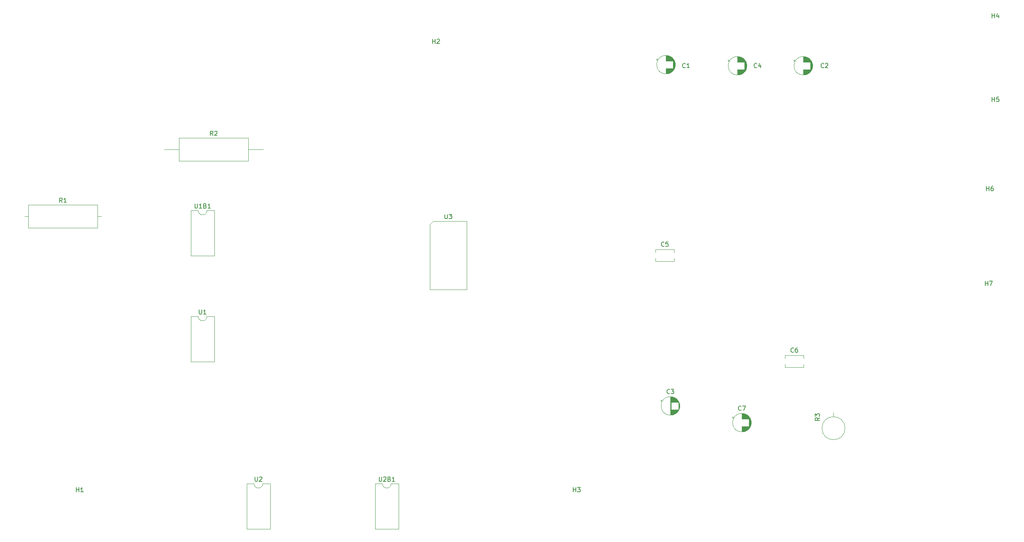
<source format=gto>
%TF.GenerationSoftware,KiCad,Pcbnew,(5.1.8)-1*%
%TF.CreationDate,2020-12-17T20:59:30+05:45*%
%TF.ProjectId,pll_soc_testboard,706c6c5f-736f-4635-9f74-657374626f61,rev?*%
%TF.SameCoordinates,Original*%
%TF.FileFunction,Legend,Top*%
%TF.FilePolarity,Positive*%
%FSLAX46Y46*%
G04 Gerber Fmt 4.6, Leading zero omitted, Abs format (unit mm)*
G04 Created by KiCad (PCBNEW (5.1.8)-1) date 2020-12-17 20:59:30*
%MOMM*%
%LPD*%
G01*
G04 APERTURE LIST*
%ADD10C,0.120000*%
%ADD11C,0.150000*%
G04 APERTURE END LIST*
D10*
%TO.C,U2B1*%
X128634000Y-142942000D02*
X126984000Y-142942000D01*
X128634000Y-153222000D02*
X128634000Y-142942000D01*
X123334000Y-153222000D02*
X128634000Y-153222000D01*
X123334000Y-142942000D02*
X123334000Y-153222000D01*
X124984000Y-142942000D02*
X123334000Y-142942000D01*
X126984000Y-142942000D02*
G75*
G02*
X124984000Y-142942000I-1000000J0D01*
G01*
%TO.C,U2*%
X95774000Y-142942000D02*
X94124000Y-142942000D01*
X94124000Y-142942000D02*
X94124000Y-153222000D01*
X94124000Y-153222000D02*
X99424000Y-153222000D01*
X99424000Y-153222000D02*
X99424000Y-142942000D01*
X99424000Y-142942000D02*
X97774000Y-142942000D01*
X97774000Y-142942000D02*
G75*
G02*
X95774000Y-142942000I-1000000J0D01*
G01*
%TO.C,C1*%
X191592000Y-47498000D02*
G75*
G03*
X191592000Y-47498000I-2120000J0D01*
G01*
X189472000Y-48338000D02*
X189472000Y-49578000D01*
X189472000Y-45418000D02*
X189472000Y-46658000D01*
X189512000Y-48338000D02*
X189512000Y-49578000D01*
X189512000Y-45418000D02*
X189512000Y-46658000D01*
X189552000Y-48338000D02*
X189552000Y-49577000D01*
X189552000Y-45419000D02*
X189552000Y-46658000D01*
X189592000Y-45421000D02*
X189592000Y-46658000D01*
X189592000Y-48338000D02*
X189592000Y-49575000D01*
X189632000Y-45424000D02*
X189632000Y-46658000D01*
X189632000Y-48338000D02*
X189632000Y-49572000D01*
X189672000Y-45427000D02*
X189672000Y-46658000D01*
X189672000Y-48338000D02*
X189672000Y-49569000D01*
X189712000Y-45431000D02*
X189712000Y-46658000D01*
X189712000Y-48338000D02*
X189712000Y-49565000D01*
X189752000Y-45436000D02*
X189752000Y-46658000D01*
X189752000Y-48338000D02*
X189752000Y-49560000D01*
X189792000Y-45442000D02*
X189792000Y-46658000D01*
X189792000Y-48338000D02*
X189792000Y-49554000D01*
X189832000Y-45448000D02*
X189832000Y-46658000D01*
X189832000Y-48338000D02*
X189832000Y-49548000D01*
X189872000Y-45456000D02*
X189872000Y-46658000D01*
X189872000Y-48338000D02*
X189872000Y-49540000D01*
X189912000Y-45464000D02*
X189912000Y-46658000D01*
X189912000Y-48338000D02*
X189912000Y-49532000D01*
X189952000Y-45473000D02*
X189952000Y-46658000D01*
X189952000Y-48338000D02*
X189952000Y-49523000D01*
X189992000Y-45482000D02*
X189992000Y-46658000D01*
X189992000Y-48338000D02*
X189992000Y-49514000D01*
X190032000Y-45493000D02*
X190032000Y-46658000D01*
X190032000Y-48338000D02*
X190032000Y-49503000D01*
X190072000Y-45504000D02*
X190072000Y-46658000D01*
X190072000Y-48338000D02*
X190072000Y-49492000D01*
X190112000Y-45516000D02*
X190112000Y-46658000D01*
X190112000Y-48338000D02*
X190112000Y-49480000D01*
X190152000Y-45530000D02*
X190152000Y-46658000D01*
X190152000Y-48338000D02*
X190152000Y-49466000D01*
X190193000Y-45544000D02*
X190193000Y-46658000D01*
X190193000Y-48338000D02*
X190193000Y-49452000D01*
X190233000Y-45558000D02*
X190233000Y-46658000D01*
X190233000Y-48338000D02*
X190233000Y-49438000D01*
X190273000Y-45574000D02*
X190273000Y-46658000D01*
X190273000Y-48338000D02*
X190273000Y-49422000D01*
X190313000Y-45591000D02*
X190313000Y-46658000D01*
X190313000Y-48338000D02*
X190313000Y-49405000D01*
X190353000Y-45609000D02*
X190353000Y-46658000D01*
X190353000Y-48338000D02*
X190353000Y-49387000D01*
X190393000Y-45628000D02*
X190393000Y-46658000D01*
X190393000Y-48338000D02*
X190393000Y-49368000D01*
X190433000Y-45647000D02*
X190433000Y-46658000D01*
X190433000Y-48338000D02*
X190433000Y-49349000D01*
X190473000Y-45668000D02*
X190473000Y-46658000D01*
X190473000Y-48338000D02*
X190473000Y-49328000D01*
X190513000Y-45690000D02*
X190513000Y-46658000D01*
X190513000Y-48338000D02*
X190513000Y-49306000D01*
X190553000Y-45713000D02*
X190553000Y-46658000D01*
X190553000Y-48338000D02*
X190553000Y-49283000D01*
X190593000Y-45738000D02*
X190593000Y-46658000D01*
X190593000Y-48338000D02*
X190593000Y-49258000D01*
X190633000Y-45763000D02*
X190633000Y-46658000D01*
X190633000Y-48338000D02*
X190633000Y-49233000D01*
X190673000Y-45790000D02*
X190673000Y-46658000D01*
X190673000Y-48338000D02*
X190673000Y-49206000D01*
X190713000Y-45818000D02*
X190713000Y-46658000D01*
X190713000Y-48338000D02*
X190713000Y-49178000D01*
X190753000Y-45848000D02*
X190753000Y-46658000D01*
X190753000Y-48338000D02*
X190753000Y-49148000D01*
X190793000Y-45879000D02*
X190793000Y-46658000D01*
X190793000Y-48338000D02*
X190793000Y-49117000D01*
X190833000Y-45911000D02*
X190833000Y-46658000D01*
X190833000Y-48338000D02*
X190833000Y-49085000D01*
X190873000Y-45946000D02*
X190873000Y-46658000D01*
X190873000Y-48338000D02*
X190873000Y-49050000D01*
X190913000Y-45982000D02*
X190913000Y-46658000D01*
X190913000Y-48338000D02*
X190913000Y-49014000D01*
X190953000Y-46020000D02*
X190953000Y-46658000D01*
X190953000Y-48338000D02*
X190953000Y-48976000D01*
X190993000Y-46060000D02*
X190993000Y-46658000D01*
X190993000Y-48338000D02*
X190993000Y-48936000D01*
X191033000Y-46102000D02*
X191033000Y-46658000D01*
X191033000Y-48338000D02*
X191033000Y-48894000D01*
X191073000Y-46147000D02*
X191073000Y-48849000D01*
X191113000Y-46194000D02*
X191113000Y-48802000D01*
X191153000Y-46244000D02*
X191153000Y-48752000D01*
X191193000Y-46298000D02*
X191193000Y-48698000D01*
X191233000Y-46356000D02*
X191233000Y-48640000D01*
X191273000Y-46418000D02*
X191273000Y-48578000D01*
X191313000Y-46485000D02*
X191313000Y-48511000D01*
X191353000Y-46558000D02*
X191353000Y-48438000D01*
X191393000Y-46639000D02*
X191393000Y-48357000D01*
X191433000Y-46730000D02*
X191433000Y-48266000D01*
X191473000Y-46834000D02*
X191473000Y-48162000D01*
X191513000Y-46961000D02*
X191513000Y-48035000D01*
X191553000Y-47128000D02*
X191553000Y-47868000D01*
X187202199Y-46303000D02*
X187602199Y-46303000D01*
X187402199Y-46103000D02*
X187402199Y-46503000D01*
%TO.C,C2*%
X218644199Y-46357000D02*
X218644199Y-46757000D01*
X218444199Y-46557000D02*
X218844199Y-46557000D01*
X222795000Y-47382000D02*
X222795000Y-48122000D01*
X222755000Y-47215000D02*
X222755000Y-48289000D01*
X222715000Y-47088000D02*
X222715000Y-48416000D01*
X222675000Y-46984000D02*
X222675000Y-48520000D01*
X222635000Y-46893000D02*
X222635000Y-48611000D01*
X222595000Y-46812000D02*
X222595000Y-48692000D01*
X222555000Y-46739000D02*
X222555000Y-48765000D01*
X222515000Y-46672000D02*
X222515000Y-48832000D01*
X222475000Y-46610000D02*
X222475000Y-48894000D01*
X222435000Y-46552000D02*
X222435000Y-48952000D01*
X222395000Y-46498000D02*
X222395000Y-49006000D01*
X222355000Y-46448000D02*
X222355000Y-49056000D01*
X222315000Y-46401000D02*
X222315000Y-49103000D01*
X222275000Y-48592000D02*
X222275000Y-49148000D01*
X222275000Y-46356000D02*
X222275000Y-46912000D01*
X222235000Y-48592000D02*
X222235000Y-49190000D01*
X222235000Y-46314000D02*
X222235000Y-46912000D01*
X222195000Y-48592000D02*
X222195000Y-49230000D01*
X222195000Y-46274000D02*
X222195000Y-46912000D01*
X222155000Y-48592000D02*
X222155000Y-49268000D01*
X222155000Y-46236000D02*
X222155000Y-46912000D01*
X222115000Y-48592000D02*
X222115000Y-49304000D01*
X222115000Y-46200000D02*
X222115000Y-46912000D01*
X222075000Y-48592000D02*
X222075000Y-49339000D01*
X222075000Y-46165000D02*
X222075000Y-46912000D01*
X222035000Y-48592000D02*
X222035000Y-49371000D01*
X222035000Y-46133000D02*
X222035000Y-46912000D01*
X221995000Y-48592000D02*
X221995000Y-49402000D01*
X221995000Y-46102000D02*
X221995000Y-46912000D01*
X221955000Y-48592000D02*
X221955000Y-49432000D01*
X221955000Y-46072000D02*
X221955000Y-46912000D01*
X221915000Y-48592000D02*
X221915000Y-49460000D01*
X221915000Y-46044000D02*
X221915000Y-46912000D01*
X221875000Y-48592000D02*
X221875000Y-49487000D01*
X221875000Y-46017000D02*
X221875000Y-46912000D01*
X221835000Y-48592000D02*
X221835000Y-49512000D01*
X221835000Y-45992000D02*
X221835000Y-46912000D01*
X221795000Y-48592000D02*
X221795000Y-49537000D01*
X221795000Y-45967000D02*
X221795000Y-46912000D01*
X221755000Y-48592000D02*
X221755000Y-49560000D01*
X221755000Y-45944000D02*
X221755000Y-46912000D01*
X221715000Y-48592000D02*
X221715000Y-49582000D01*
X221715000Y-45922000D02*
X221715000Y-46912000D01*
X221675000Y-48592000D02*
X221675000Y-49603000D01*
X221675000Y-45901000D02*
X221675000Y-46912000D01*
X221635000Y-48592000D02*
X221635000Y-49622000D01*
X221635000Y-45882000D02*
X221635000Y-46912000D01*
X221595000Y-48592000D02*
X221595000Y-49641000D01*
X221595000Y-45863000D02*
X221595000Y-46912000D01*
X221555000Y-48592000D02*
X221555000Y-49659000D01*
X221555000Y-45845000D02*
X221555000Y-46912000D01*
X221515000Y-48592000D02*
X221515000Y-49676000D01*
X221515000Y-45828000D02*
X221515000Y-46912000D01*
X221475000Y-48592000D02*
X221475000Y-49692000D01*
X221475000Y-45812000D02*
X221475000Y-46912000D01*
X221435000Y-48592000D02*
X221435000Y-49706000D01*
X221435000Y-45798000D02*
X221435000Y-46912000D01*
X221394000Y-48592000D02*
X221394000Y-49720000D01*
X221394000Y-45784000D02*
X221394000Y-46912000D01*
X221354000Y-48592000D02*
X221354000Y-49734000D01*
X221354000Y-45770000D02*
X221354000Y-46912000D01*
X221314000Y-48592000D02*
X221314000Y-49746000D01*
X221314000Y-45758000D02*
X221314000Y-46912000D01*
X221274000Y-48592000D02*
X221274000Y-49757000D01*
X221274000Y-45747000D02*
X221274000Y-46912000D01*
X221234000Y-48592000D02*
X221234000Y-49768000D01*
X221234000Y-45736000D02*
X221234000Y-46912000D01*
X221194000Y-48592000D02*
X221194000Y-49777000D01*
X221194000Y-45727000D02*
X221194000Y-46912000D01*
X221154000Y-48592000D02*
X221154000Y-49786000D01*
X221154000Y-45718000D02*
X221154000Y-46912000D01*
X221114000Y-48592000D02*
X221114000Y-49794000D01*
X221114000Y-45710000D02*
X221114000Y-46912000D01*
X221074000Y-48592000D02*
X221074000Y-49802000D01*
X221074000Y-45702000D02*
X221074000Y-46912000D01*
X221034000Y-48592000D02*
X221034000Y-49808000D01*
X221034000Y-45696000D02*
X221034000Y-46912000D01*
X220994000Y-48592000D02*
X220994000Y-49814000D01*
X220994000Y-45690000D02*
X220994000Y-46912000D01*
X220954000Y-48592000D02*
X220954000Y-49819000D01*
X220954000Y-45685000D02*
X220954000Y-46912000D01*
X220914000Y-48592000D02*
X220914000Y-49823000D01*
X220914000Y-45681000D02*
X220914000Y-46912000D01*
X220874000Y-48592000D02*
X220874000Y-49826000D01*
X220874000Y-45678000D02*
X220874000Y-46912000D01*
X220834000Y-48592000D02*
X220834000Y-49829000D01*
X220834000Y-45675000D02*
X220834000Y-46912000D01*
X220794000Y-45673000D02*
X220794000Y-46912000D01*
X220794000Y-48592000D02*
X220794000Y-49831000D01*
X220754000Y-45672000D02*
X220754000Y-46912000D01*
X220754000Y-48592000D02*
X220754000Y-49832000D01*
X220714000Y-45672000D02*
X220714000Y-46912000D01*
X220714000Y-48592000D02*
X220714000Y-49832000D01*
X222834000Y-47752000D02*
G75*
G03*
X222834000Y-47752000I-2120000J0D01*
G01*
%TO.C,C3*%
X188414199Y-123827000D02*
X188414199Y-124227000D01*
X188214199Y-124027000D02*
X188614199Y-124027000D01*
X192565000Y-124852000D02*
X192565000Y-125592000D01*
X192525000Y-124685000D02*
X192525000Y-125759000D01*
X192485000Y-124558000D02*
X192485000Y-125886000D01*
X192445000Y-124454000D02*
X192445000Y-125990000D01*
X192405000Y-124363000D02*
X192405000Y-126081000D01*
X192365000Y-124282000D02*
X192365000Y-126162000D01*
X192325000Y-124209000D02*
X192325000Y-126235000D01*
X192285000Y-126062000D02*
X192285000Y-126302000D01*
X192285000Y-124142000D02*
X192285000Y-124382000D01*
X192245000Y-126062000D02*
X192245000Y-126364000D01*
X192245000Y-124080000D02*
X192245000Y-124382000D01*
X192205000Y-126062000D02*
X192205000Y-126422000D01*
X192205000Y-124022000D02*
X192205000Y-124382000D01*
X192165000Y-126062000D02*
X192165000Y-126476000D01*
X192165000Y-123968000D02*
X192165000Y-124382000D01*
X192125000Y-126062000D02*
X192125000Y-126526000D01*
X192125000Y-123918000D02*
X192125000Y-124382000D01*
X192085000Y-126062000D02*
X192085000Y-126573000D01*
X192085000Y-123871000D02*
X192085000Y-124382000D01*
X192045000Y-126062000D02*
X192045000Y-126618000D01*
X192045000Y-123826000D02*
X192045000Y-124382000D01*
X192005000Y-126062000D02*
X192005000Y-126660000D01*
X192005000Y-123784000D02*
X192005000Y-124382000D01*
X191965000Y-126062000D02*
X191965000Y-126700000D01*
X191965000Y-123744000D02*
X191965000Y-124382000D01*
X191925000Y-126062000D02*
X191925000Y-126738000D01*
X191925000Y-123706000D02*
X191925000Y-124382000D01*
X191885000Y-126062000D02*
X191885000Y-126774000D01*
X191885000Y-123670000D02*
X191885000Y-124382000D01*
X191845000Y-126062000D02*
X191845000Y-126809000D01*
X191845000Y-123635000D02*
X191845000Y-124382000D01*
X191805000Y-126062000D02*
X191805000Y-126841000D01*
X191805000Y-123603000D02*
X191805000Y-124382000D01*
X191765000Y-126062000D02*
X191765000Y-126872000D01*
X191765000Y-123572000D02*
X191765000Y-124382000D01*
X191725000Y-126062000D02*
X191725000Y-126902000D01*
X191725000Y-123542000D02*
X191725000Y-124382000D01*
X191685000Y-126062000D02*
X191685000Y-126930000D01*
X191685000Y-123514000D02*
X191685000Y-124382000D01*
X191645000Y-126062000D02*
X191645000Y-126957000D01*
X191645000Y-123487000D02*
X191645000Y-124382000D01*
X191605000Y-126062000D02*
X191605000Y-126982000D01*
X191605000Y-123462000D02*
X191605000Y-124382000D01*
X191565000Y-126062000D02*
X191565000Y-127007000D01*
X191565000Y-123437000D02*
X191565000Y-124382000D01*
X191525000Y-126062000D02*
X191525000Y-127030000D01*
X191525000Y-123414000D02*
X191525000Y-124382000D01*
X191485000Y-126062000D02*
X191485000Y-127052000D01*
X191485000Y-123392000D02*
X191485000Y-124382000D01*
X191445000Y-126062000D02*
X191445000Y-127073000D01*
X191445000Y-123371000D02*
X191445000Y-124382000D01*
X191405000Y-126062000D02*
X191405000Y-127092000D01*
X191405000Y-123352000D02*
X191405000Y-124382000D01*
X191365000Y-126062000D02*
X191365000Y-127111000D01*
X191365000Y-123333000D02*
X191365000Y-124382000D01*
X191325000Y-126062000D02*
X191325000Y-127129000D01*
X191325000Y-123315000D02*
X191325000Y-124382000D01*
X191285000Y-126062000D02*
X191285000Y-127146000D01*
X191285000Y-123298000D02*
X191285000Y-124382000D01*
X191245000Y-126062000D02*
X191245000Y-127162000D01*
X191245000Y-123282000D02*
X191245000Y-124382000D01*
X191205000Y-126062000D02*
X191205000Y-127176000D01*
X191205000Y-123268000D02*
X191205000Y-124382000D01*
X191164000Y-126062000D02*
X191164000Y-127190000D01*
X191164000Y-123254000D02*
X191164000Y-124382000D01*
X191124000Y-126062000D02*
X191124000Y-127204000D01*
X191124000Y-123240000D02*
X191124000Y-124382000D01*
X191084000Y-126062000D02*
X191084000Y-127216000D01*
X191084000Y-123228000D02*
X191084000Y-124382000D01*
X191044000Y-126062000D02*
X191044000Y-127227000D01*
X191044000Y-123217000D02*
X191044000Y-124382000D01*
X191004000Y-126062000D02*
X191004000Y-127238000D01*
X191004000Y-123206000D02*
X191004000Y-124382000D01*
X190964000Y-126062000D02*
X190964000Y-127247000D01*
X190964000Y-123197000D02*
X190964000Y-124382000D01*
X190924000Y-126062000D02*
X190924000Y-127256000D01*
X190924000Y-123188000D02*
X190924000Y-124382000D01*
X190884000Y-126062000D02*
X190884000Y-127264000D01*
X190884000Y-123180000D02*
X190884000Y-124382000D01*
X190844000Y-126062000D02*
X190844000Y-127272000D01*
X190844000Y-123172000D02*
X190844000Y-124382000D01*
X190804000Y-126062000D02*
X190804000Y-127278000D01*
X190804000Y-123166000D02*
X190804000Y-124382000D01*
X190764000Y-126062000D02*
X190764000Y-127284000D01*
X190764000Y-123160000D02*
X190764000Y-124382000D01*
X190724000Y-126062000D02*
X190724000Y-127289000D01*
X190724000Y-123155000D02*
X190724000Y-124382000D01*
X190684000Y-126062000D02*
X190684000Y-127293000D01*
X190684000Y-123151000D02*
X190684000Y-124382000D01*
X190644000Y-123148000D02*
X190644000Y-127296000D01*
X190604000Y-123145000D02*
X190604000Y-127299000D01*
X190564000Y-123143000D02*
X190564000Y-127301000D01*
X190524000Y-123142000D02*
X190524000Y-127302000D01*
X190484000Y-123142000D02*
X190484000Y-127302000D01*
X192604000Y-125222000D02*
G75*
G03*
X192604000Y-125222000I-2120000J0D01*
G01*
%TO.C,C4*%
X207872000Y-47752000D02*
G75*
G03*
X207872000Y-47752000I-2120000J0D01*
G01*
X205752000Y-48592000D02*
X205752000Y-49832000D01*
X205752000Y-45672000D02*
X205752000Y-46912000D01*
X205792000Y-48592000D02*
X205792000Y-49832000D01*
X205792000Y-45672000D02*
X205792000Y-46912000D01*
X205832000Y-48592000D02*
X205832000Y-49831000D01*
X205832000Y-45673000D02*
X205832000Y-46912000D01*
X205872000Y-45675000D02*
X205872000Y-46912000D01*
X205872000Y-48592000D02*
X205872000Y-49829000D01*
X205912000Y-45678000D02*
X205912000Y-46912000D01*
X205912000Y-48592000D02*
X205912000Y-49826000D01*
X205952000Y-45681000D02*
X205952000Y-46912000D01*
X205952000Y-48592000D02*
X205952000Y-49823000D01*
X205992000Y-45685000D02*
X205992000Y-46912000D01*
X205992000Y-48592000D02*
X205992000Y-49819000D01*
X206032000Y-45690000D02*
X206032000Y-46912000D01*
X206032000Y-48592000D02*
X206032000Y-49814000D01*
X206072000Y-45696000D02*
X206072000Y-46912000D01*
X206072000Y-48592000D02*
X206072000Y-49808000D01*
X206112000Y-45702000D02*
X206112000Y-46912000D01*
X206112000Y-48592000D02*
X206112000Y-49802000D01*
X206152000Y-45710000D02*
X206152000Y-46912000D01*
X206152000Y-48592000D02*
X206152000Y-49794000D01*
X206192000Y-45718000D02*
X206192000Y-46912000D01*
X206192000Y-48592000D02*
X206192000Y-49786000D01*
X206232000Y-45727000D02*
X206232000Y-46912000D01*
X206232000Y-48592000D02*
X206232000Y-49777000D01*
X206272000Y-45736000D02*
X206272000Y-46912000D01*
X206272000Y-48592000D02*
X206272000Y-49768000D01*
X206312000Y-45747000D02*
X206312000Y-46912000D01*
X206312000Y-48592000D02*
X206312000Y-49757000D01*
X206352000Y-45758000D02*
X206352000Y-46912000D01*
X206352000Y-48592000D02*
X206352000Y-49746000D01*
X206392000Y-45770000D02*
X206392000Y-46912000D01*
X206392000Y-48592000D02*
X206392000Y-49734000D01*
X206432000Y-45784000D02*
X206432000Y-46912000D01*
X206432000Y-48592000D02*
X206432000Y-49720000D01*
X206473000Y-45798000D02*
X206473000Y-46912000D01*
X206473000Y-48592000D02*
X206473000Y-49706000D01*
X206513000Y-45812000D02*
X206513000Y-46912000D01*
X206513000Y-48592000D02*
X206513000Y-49692000D01*
X206553000Y-45828000D02*
X206553000Y-46912000D01*
X206553000Y-48592000D02*
X206553000Y-49676000D01*
X206593000Y-45845000D02*
X206593000Y-46912000D01*
X206593000Y-48592000D02*
X206593000Y-49659000D01*
X206633000Y-45863000D02*
X206633000Y-46912000D01*
X206633000Y-48592000D02*
X206633000Y-49641000D01*
X206673000Y-45882000D02*
X206673000Y-46912000D01*
X206673000Y-48592000D02*
X206673000Y-49622000D01*
X206713000Y-45901000D02*
X206713000Y-46912000D01*
X206713000Y-48592000D02*
X206713000Y-49603000D01*
X206753000Y-45922000D02*
X206753000Y-46912000D01*
X206753000Y-48592000D02*
X206753000Y-49582000D01*
X206793000Y-45944000D02*
X206793000Y-46912000D01*
X206793000Y-48592000D02*
X206793000Y-49560000D01*
X206833000Y-45967000D02*
X206833000Y-46912000D01*
X206833000Y-48592000D02*
X206833000Y-49537000D01*
X206873000Y-45992000D02*
X206873000Y-46912000D01*
X206873000Y-48592000D02*
X206873000Y-49512000D01*
X206913000Y-46017000D02*
X206913000Y-46912000D01*
X206913000Y-48592000D02*
X206913000Y-49487000D01*
X206953000Y-46044000D02*
X206953000Y-46912000D01*
X206953000Y-48592000D02*
X206953000Y-49460000D01*
X206993000Y-46072000D02*
X206993000Y-46912000D01*
X206993000Y-48592000D02*
X206993000Y-49432000D01*
X207033000Y-46102000D02*
X207033000Y-46912000D01*
X207033000Y-48592000D02*
X207033000Y-49402000D01*
X207073000Y-46133000D02*
X207073000Y-46912000D01*
X207073000Y-48592000D02*
X207073000Y-49371000D01*
X207113000Y-46165000D02*
X207113000Y-46912000D01*
X207113000Y-48592000D02*
X207113000Y-49339000D01*
X207153000Y-46200000D02*
X207153000Y-46912000D01*
X207153000Y-48592000D02*
X207153000Y-49304000D01*
X207193000Y-46236000D02*
X207193000Y-46912000D01*
X207193000Y-48592000D02*
X207193000Y-49268000D01*
X207233000Y-46274000D02*
X207233000Y-46912000D01*
X207233000Y-48592000D02*
X207233000Y-49230000D01*
X207273000Y-46314000D02*
X207273000Y-46912000D01*
X207273000Y-48592000D02*
X207273000Y-49190000D01*
X207313000Y-46356000D02*
X207313000Y-46912000D01*
X207313000Y-48592000D02*
X207313000Y-49148000D01*
X207353000Y-46401000D02*
X207353000Y-49103000D01*
X207393000Y-46448000D02*
X207393000Y-49056000D01*
X207433000Y-46498000D02*
X207433000Y-49006000D01*
X207473000Y-46552000D02*
X207473000Y-48952000D01*
X207513000Y-46610000D02*
X207513000Y-48894000D01*
X207553000Y-46672000D02*
X207553000Y-48832000D01*
X207593000Y-46739000D02*
X207593000Y-48765000D01*
X207633000Y-46812000D02*
X207633000Y-48692000D01*
X207673000Y-46893000D02*
X207673000Y-48611000D01*
X207713000Y-46984000D02*
X207713000Y-48520000D01*
X207753000Y-47088000D02*
X207753000Y-48416000D01*
X207793000Y-47215000D02*
X207793000Y-48289000D01*
X207833000Y-47382000D02*
X207833000Y-48122000D01*
X203482199Y-46557000D02*
X203882199Y-46557000D01*
X203682199Y-46357000D02*
X203682199Y-46757000D01*
%TO.C,C5*%
X191330000Y-91597000D02*
X191330000Y-92302000D01*
X191330000Y-89562000D02*
X191330000Y-90267000D01*
X187090000Y-91597000D02*
X187090000Y-92302000D01*
X187090000Y-89562000D02*
X187090000Y-90267000D01*
X187090000Y-92302000D02*
X191330000Y-92302000D01*
X187090000Y-89562000D02*
X191330000Y-89562000D01*
%TO.C,C6*%
X216554000Y-113692000D02*
X220794000Y-113692000D01*
X216554000Y-116432000D02*
X220794000Y-116432000D01*
X216554000Y-113692000D02*
X216554000Y-114397000D01*
X216554000Y-115727000D02*
X216554000Y-116432000D01*
X220794000Y-113692000D02*
X220794000Y-114397000D01*
X220794000Y-115727000D02*
X220794000Y-116432000D01*
%TO.C,C7*%
X204674199Y-127637000D02*
X204674199Y-128037000D01*
X204474199Y-127837000D02*
X204874199Y-127837000D01*
X208825000Y-128662000D02*
X208825000Y-129402000D01*
X208785000Y-128495000D02*
X208785000Y-129569000D01*
X208745000Y-128368000D02*
X208745000Y-129696000D01*
X208705000Y-128264000D02*
X208705000Y-129800000D01*
X208665000Y-128173000D02*
X208665000Y-129891000D01*
X208625000Y-128092000D02*
X208625000Y-129972000D01*
X208585000Y-128019000D02*
X208585000Y-130045000D01*
X208545000Y-127952000D02*
X208545000Y-130112000D01*
X208505000Y-127890000D02*
X208505000Y-130174000D01*
X208465000Y-127832000D02*
X208465000Y-130232000D01*
X208425000Y-127778000D02*
X208425000Y-130286000D01*
X208385000Y-127728000D02*
X208385000Y-130336000D01*
X208345000Y-127681000D02*
X208345000Y-130383000D01*
X208305000Y-129872000D02*
X208305000Y-130428000D01*
X208305000Y-127636000D02*
X208305000Y-128192000D01*
X208265000Y-129872000D02*
X208265000Y-130470000D01*
X208265000Y-127594000D02*
X208265000Y-128192000D01*
X208225000Y-129872000D02*
X208225000Y-130510000D01*
X208225000Y-127554000D02*
X208225000Y-128192000D01*
X208185000Y-129872000D02*
X208185000Y-130548000D01*
X208185000Y-127516000D02*
X208185000Y-128192000D01*
X208145000Y-129872000D02*
X208145000Y-130584000D01*
X208145000Y-127480000D02*
X208145000Y-128192000D01*
X208105000Y-129872000D02*
X208105000Y-130619000D01*
X208105000Y-127445000D02*
X208105000Y-128192000D01*
X208065000Y-129872000D02*
X208065000Y-130651000D01*
X208065000Y-127413000D02*
X208065000Y-128192000D01*
X208025000Y-129872000D02*
X208025000Y-130682000D01*
X208025000Y-127382000D02*
X208025000Y-128192000D01*
X207985000Y-129872000D02*
X207985000Y-130712000D01*
X207985000Y-127352000D02*
X207985000Y-128192000D01*
X207945000Y-129872000D02*
X207945000Y-130740000D01*
X207945000Y-127324000D02*
X207945000Y-128192000D01*
X207905000Y-129872000D02*
X207905000Y-130767000D01*
X207905000Y-127297000D02*
X207905000Y-128192000D01*
X207865000Y-129872000D02*
X207865000Y-130792000D01*
X207865000Y-127272000D02*
X207865000Y-128192000D01*
X207825000Y-129872000D02*
X207825000Y-130817000D01*
X207825000Y-127247000D02*
X207825000Y-128192000D01*
X207785000Y-129872000D02*
X207785000Y-130840000D01*
X207785000Y-127224000D02*
X207785000Y-128192000D01*
X207745000Y-129872000D02*
X207745000Y-130862000D01*
X207745000Y-127202000D02*
X207745000Y-128192000D01*
X207705000Y-129872000D02*
X207705000Y-130883000D01*
X207705000Y-127181000D02*
X207705000Y-128192000D01*
X207665000Y-129872000D02*
X207665000Y-130902000D01*
X207665000Y-127162000D02*
X207665000Y-128192000D01*
X207625000Y-129872000D02*
X207625000Y-130921000D01*
X207625000Y-127143000D02*
X207625000Y-128192000D01*
X207585000Y-129872000D02*
X207585000Y-130939000D01*
X207585000Y-127125000D02*
X207585000Y-128192000D01*
X207545000Y-129872000D02*
X207545000Y-130956000D01*
X207545000Y-127108000D02*
X207545000Y-128192000D01*
X207505000Y-129872000D02*
X207505000Y-130972000D01*
X207505000Y-127092000D02*
X207505000Y-128192000D01*
X207465000Y-129872000D02*
X207465000Y-130986000D01*
X207465000Y-127078000D02*
X207465000Y-128192000D01*
X207424000Y-129872000D02*
X207424000Y-131000000D01*
X207424000Y-127064000D02*
X207424000Y-128192000D01*
X207384000Y-129872000D02*
X207384000Y-131014000D01*
X207384000Y-127050000D02*
X207384000Y-128192000D01*
X207344000Y-129872000D02*
X207344000Y-131026000D01*
X207344000Y-127038000D02*
X207344000Y-128192000D01*
X207304000Y-129872000D02*
X207304000Y-131037000D01*
X207304000Y-127027000D02*
X207304000Y-128192000D01*
X207264000Y-129872000D02*
X207264000Y-131048000D01*
X207264000Y-127016000D02*
X207264000Y-128192000D01*
X207224000Y-129872000D02*
X207224000Y-131057000D01*
X207224000Y-127007000D02*
X207224000Y-128192000D01*
X207184000Y-129872000D02*
X207184000Y-131066000D01*
X207184000Y-126998000D02*
X207184000Y-128192000D01*
X207144000Y-129872000D02*
X207144000Y-131074000D01*
X207144000Y-126990000D02*
X207144000Y-128192000D01*
X207104000Y-129872000D02*
X207104000Y-131082000D01*
X207104000Y-126982000D02*
X207104000Y-128192000D01*
X207064000Y-129872000D02*
X207064000Y-131088000D01*
X207064000Y-126976000D02*
X207064000Y-128192000D01*
X207024000Y-129872000D02*
X207024000Y-131094000D01*
X207024000Y-126970000D02*
X207024000Y-128192000D01*
X206984000Y-129872000D02*
X206984000Y-131099000D01*
X206984000Y-126965000D02*
X206984000Y-128192000D01*
X206944000Y-129872000D02*
X206944000Y-131103000D01*
X206944000Y-126961000D02*
X206944000Y-128192000D01*
X206904000Y-129872000D02*
X206904000Y-131106000D01*
X206904000Y-126958000D02*
X206904000Y-128192000D01*
X206864000Y-129872000D02*
X206864000Y-131109000D01*
X206864000Y-126955000D02*
X206864000Y-128192000D01*
X206824000Y-126953000D02*
X206824000Y-128192000D01*
X206824000Y-129872000D02*
X206824000Y-131111000D01*
X206784000Y-126952000D02*
X206784000Y-128192000D01*
X206784000Y-129872000D02*
X206784000Y-131112000D01*
X206744000Y-126952000D02*
X206744000Y-128192000D01*
X206744000Y-129872000D02*
X206744000Y-131112000D01*
X208864000Y-129032000D02*
G75*
G03*
X208864000Y-129032000I-2120000J0D01*
G01*
%TO.C,R1*%
X61044000Y-82042000D02*
X60194000Y-82042000D01*
X43604000Y-82042000D02*
X44454000Y-82042000D01*
X60194000Y-79422000D02*
X44454000Y-79422000D01*
X60194000Y-84662000D02*
X60194000Y-79422000D01*
X44454000Y-84662000D02*
X60194000Y-84662000D01*
X44454000Y-79422000D02*
X44454000Y-84662000D01*
%TO.C,R2*%
X97874000Y-66802000D02*
X94484000Y-66802000D01*
X75354000Y-66802000D02*
X78744000Y-66802000D01*
X94484000Y-64182000D02*
X78744000Y-64182000D01*
X94484000Y-69422000D02*
X94484000Y-64182000D01*
X78744000Y-69422000D02*
X94484000Y-69422000D01*
X78744000Y-64182000D02*
X78744000Y-69422000D01*
%TO.C,R3*%
X227584000Y-127682000D02*
X227584000Y-126722000D01*
X230204000Y-130302000D02*
G75*
G03*
X230204000Y-130302000I-2620000J0D01*
G01*
%TO.C,U1*%
X86724000Y-104842000D02*
X85074000Y-104842000D01*
X86724000Y-115122000D02*
X86724000Y-104842000D01*
X81424000Y-115122000D02*
X86724000Y-115122000D01*
X81424000Y-104842000D02*
X81424000Y-115122000D01*
X83074000Y-104842000D02*
X81424000Y-104842000D01*
X85074000Y-104842000D02*
G75*
G02*
X83074000Y-104842000I-1000000J0D01*
G01*
%TO.C,U3*%
X135754000Y-98717000D02*
X135754000Y-83947000D01*
X144154000Y-98717000D02*
X135754000Y-98717000D01*
X144154000Y-83147000D02*
X144154000Y-98717000D01*
X136554000Y-83147000D02*
X144154000Y-83147000D01*
X135754000Y-83947000D02*
X136554000Y-83147000D01*
%TO.C,U1B1*%
X83074000Y-80712000D02*
X81424000Y-80712000D01*
X81424000Y-80712000D02*
X81424000Y-90992000D01*
X81424000Y-90992000D02*
X86724000Y-90992000D01*
X86724000Y-90992000D02*
X86724000Y-80712000D01*
X86724000Y-80712000D02*
X85074000Y-80712000D01*
X85074000Y-80712000D02*
G75*
G02*
X83074000Y-80712000I-1000000J0D01*
G01*
%TD*%
%TO.C,U2B1*%
D11*
X124245904Y-141394380D02*
X124245904Y-142203904D01*
X124293523Y-142299142D01*
X124341142Y-142346761D01*
X124436380Y-142394380D01*
X124626857Y-142394380D01*
X124722095Y-142346761D01*
X124769714Y-142299142D01*
X124817333Y-142203904D01*
X124817333Y-141394380D01*
X125245904Y-141489619D02*
X125293523Y-141442000D01*
X125388761Y-141394380D01*
X125626857Y-141394380D01*
X125722095Y-141442000D01*
X125769714Y-141489619D01*
X125817333Y-141584857D01*
X125817333Y-141680095D01*
X125769714Y-141822952D01*
X125198285Y-142394380D01*
X125817333Y-142394380D01*
X126579238Y-141870571D02*
X126722095Y-141918190D01*
X126769714Y-141965809D01*
X126817333Y-142061047D01*
X126817333Y-142203904D01*
X126769714Y-142299142D01*
X126722095Y-142346761D01*
X126626857Y-142394380D01*
X126245904Y-142394380D01*
X126245904Y-141394380D01*
X126579238Y-141394380D01*
X126674476Y-141442000D01*
X126722095Y-141489619D01*
X126769714Y-141584857D01*
X126769714Y-141680095D01*
X126722095Y-141775333D01*
X126674476Y-141822952D01*
X126579238Y-141870571D01*
X126245904Y-141870571D01*
X127769714Y-142394380D02*
X127198285Y-142394380D01*
X127484000Y-142394380D02*
X127484000Y-141394380D01*
X127388761Y-141537238D01*
X127293523Y-141632476D01*
X127198285Y-141680095D01*
%TO.C,U2*%
X96012095Y-141394380D02*
X96012095Y-142203904D01*
X96059714Y-142299142D01*
X96107333Y-142346761D01*
X96202571Y-142394380D01*
X96393047Y-142394380D01*
X96488285Y-142346761D01*
X96535904Y-142299142D01*
X96583523Y-142203904D01*
X96583523Y-141394380D01*
X97012095Y-141489619D02*
X97059714Y-141442000D01*
X97154952Y-141394380D01*
X97393047Y-141394380D01*
X97488285Y-141442000D01*
X97535904Y-141489619D01*
X97583523Y-141584857D01*
X97583523Y-141680095D01*
X97535904Y-141822952D01*
X96964476Y-142394380D01*
X97583523Y-142394380D01*
%TO.C,C1*%
X193889333Y-48109142D02*
X193841714Y-48156761D01*
X193698857Y-48204380D01*
X193603619Y-48204380D01*
X193460761Y-48156761D01*
X193365523Y-48061523D01*
X193317904Y-47966285D01*
X193270285Y-47775809D01*
X193270285Y-47632952D01*
X193317904Y-47442476D01*
X193365523Y-47347238D01*
X193460761Y-47252000D01*
X193603619Y-47204380D01*
X193698857Y-47204380D01*
X193841714Y-47252000D01*
X193889333Y-47299619D01*
X194841714Y-48204380D02*
X194270285Y-48204380D01*
X194556000Y-48204380D02*
X194556000Y-47204380D01*
X194460761Y-47347238D01*
X194365523Y-47442476D01*
X194270285Y-47490095D01*
%TO.C,C2*%
X225385333Y-48109142D02*
X225337714Y-48156761D01*
X225194857Y-48204380D01*
X225099619Y-48204380D01*
X224956761Y-48156761D01*
X224861523Y-48061523D01*
X224813904Y-47966285D01*
X224766285Y-47775809D01*
X224766285Y-47632952D01*
X224813904Y-47442476D01*
X224861523Y-47347238D01*
X224956761Y-47252000D01*
X225099619Y-47204380D01*
X225194857Y-47204380D01*
X225337714Y-47252000D01*
X225385333Y-47299619D01*
X225766285Y-47299619D02*
X225813904Y-47252000D01*
X225909142Y-47204380D01*
X226147238Y-47204380D01*
X226242476Y-47252000D01*
X226290095Y-47299619D01*
X226337714Y-47394857D01*
X226337714Y-47490095D01*
X226290095Y-47632952D01*
X225718666Y-48204380D01*
X226337714Y-48204380D01*
%TO.C,C3*%
X190317333Y-122329142D02*
X190269714Y-122376761D01*
X190126857Y-122424380D01*
X190031619Y-122424380D01*
X189888761Y-122376761D01*
X189793523Y-122281523D01*
X189745904Y-122186285D01*
X189698285Y-121995809D01*
X189698285Y-121852952D01*
X189745904Y-121662476D01*
X189793523Y-121567238D01*
X189888761Y-121472000D01*
X190031619Y-121424380D01*
X190126857Y-121424380D01*
X190269714Y-121472000D01*
X190317333Y-121519619D01*
X190650666Y-121424380D02*
X191269714Y-121424380D01*
X190936380Y-121805333D01*
X191079238Y-121805333D01*
X191174476Y-121852952D01*
X191222095Y-121900571D01*
X191269714Y-121995809D01*
X191269714Y-122233904D01*
X191222095Y-122329142D01*
X191174476Y-122376761D01*
X191079238Y-122424380D01*
X190793523Y-122424380D01*
X190698285Y-122376761D01*
X190650666Y-122329142D01*
%TO.C,C4*%
X210145333Y-48109142D02*
X210097714Y-48156761D01*
X209954857Y-48204380D01*
X209859619Y-48204380D01*
X209716761Y-48156761D01*
X209621523Y-48061523D01*
X209573904Y-47966285D01*
X209526285Y-47775809D01*
X209526285Y-47632952D01*
X209573904Y-47442476D01*
X209621523Y-47347238D01*
X209716761Y-47252000D01*
X209859619Y-47204380D01*
X209954857Y-47204380D01*
X210097714Y-47252000D01*
X210145333Y-47299619D01*
X211002476Y-47537714D02*
X211002476Y-48204380D01*
X210764380Y-47156761D02*
X210526285Y-47871047D01*
X211145333Y-47871047D01*
%TO.C,C5*%
X189043333Y-88789142D02*
X188995714Y-88836761D01*
X188852857Y-88884380D01*
X188757619Y-88884380D01*
X188614761Y-88836761D01*
X188519523Y-88741523D01*
X188471904Y-88646285D01*
X188424285Y-88455809D01*
X188424285Y-88312952D01*
X188471904Y-88122476D01*
X188519523Y-88027238D01*
X188614761Y-87932000D01*
X188757619Y-87884380D01*
X188852857Y-87884380D01*
X188995714Y-87932000D01*
X189043333Y-87979619D01*
X189948095Y-87884380D02*
X189471904Y-87884380D01*
X189424285Y-88360571D01*
X189471904Y-88312952D01*
X189567142Y-88265333D01*
X189805238Y-88265333D01*
X189900476Y-88312952D01*
X189948095Y-88360571D01*
X189995714Y-88455809D01*
X189995714Y-88693904D01*
X189948095Y-88789142D01*
X189900476Y-88836761D01*
X189805238Y-88884380D01*
X189567142Y-88884380D01*
X189471904Y-88836761D01*
X189424285Y-88789142D01*
%TO.C,C6*%
X218507333Y-112919142D02*
X218459714Y-112966761D01*
X218316857Y-113014380D01*
X218221619Y-113014380D01*
X218078761Y-112966761D01*
X217983523Y-112871523D01*
X217935904Y-112776285D01*
X217888285Y-112585809D01*
X217888285Y-112442952D01*
X217935904Y-112252476D01*
X217983523Y-112157238D01*
X218078761Y-112062000D01*
X218221619Y-112014380D01*
X218316857Y-112014380D01*
X218459714Y-112062000D01*
X218507333Y-112109619D01*
X219364476Y-112014380D02*
X219174000Y-112014380D01*
X219078761Y-112062000D01*
X219031142Y-112109619D01*
X218935904Y-112252476D01*
X218888285Y-112442952D01*
X218888285Y-112823904D01*
X218935904Y-112919142D01*
X218983523Y-112966761D01*
X219078761Y-113014380D01*
X219269238Y-113014380D01*
X219364476Y-112966761D01*
X219412095Y-112919142D01*
X219459714Y-112823904D01*
X219459714Y-112585809D01*
X219412095Y-112490571D01*
X219364476Y-112442952D01*
X219269238Y-112395333D01*
X219078761Y-112395333D01*
X218983523Y-112442952D01*
X218935904Y-112490571D01*
X218888285Y-112585809D01*
%TO.C,C7*%
X206577333Y-126139142D02*
X206529714Y-126186761D01*
X206386857Y-126234380D01*
X206291619Y-126234380D01*
X206148761Y-126186761D01*
X206053523Y-126091523D01*
X206005904Y-125996285D01*
X205958285Y-125805809D01*
X205958285Y-125662952D01*
X206005904Y-125472476D01*
X206053523Y-125377238D01*
X206148761Y-125282000D01*
X206291619Y-125234380D01*
X206386857Y-125234380D01*
X206529714Y-125282000D01*
X206577333Y-125329619D01*
X206910666Y-125234380D02*
X207577333Y-125234380D01*
X207148761Y-126234380D01*
%TO.C,H1*%
X55372095Y-144804380D02*
X55372095Y-143804380D01*
X55372095Y-144280571D02*
X55943523Y-144280571D01*
X55943523Y-144804380D02*
X55943523Y-143804380D01*
X56943523Y-144804380D02*
X56372095Y-144804380D01*
X56657809Y-144804380D02*
X56657809Y-143804380D01*
X56562571Y-143947238D01*
X56467333Y-144042476D01*
X56372095Y-144090095D01*
%TO.C,H2*%
X136398095Y-42696380D02*
X136398095Y-41696380D01*
X136398095Y-42172571D02*
X136969523Y-42172571D01*
X136969523Y-42696380D02*
X136969523Y-41696380D01*
X137398095Y-41791619D02*
X137445714Y-41744000D01*
X137540952Y-41696380D01*
X137779047Y-41696380D01*
X137874285Y-41744000D01*
X137921904Y-41791619D01*
X137969523Y-41886857D01*
X137969523Y-41982095D01*
X137921904Y-42124952D01*
X137350476Y-42696380D01*
X137969523Y-42696380D01*
%TO.C,H3*%
X168402095Y-144804380D02*
X168402095Y-143804380D01*
X168402095Y-144280571D02*
X168973523Y-144280571D01*
X168973523Y-144804380D02*
X168973523Y-143804380D01*
X169354476Y-143804380D02*
X169973523Y-143804380D01*
X169640190Y-144185333D01*
X169783047Y-144185333D01*
X169878285Y-144232952D01*
X169925904Y-144280571D01*
X169973523Y-144375809D01*
X169973523Y-144613904D01*
X169925904Y-144709142D01*
X169878285Y-144756761D01*
X169783047Y-144804380D01*
X169497333Y-144804380D01*
X169402095Y-144756761D01*
X169354476Y-144709142D01*
%TO.C,H4*%
X263652095Y-36854380D02*
X263652095Y-35854380D01*
X263652095Y-36330571D02*
X264223523Y-36330571D01*
X264223523Y-36854380D02*
X264223523Y-35854380D01*
X265128285Y-36187714D02*
X265128285Y-36854380D01*
X264890190Y-35806761D02*
X264652095Y-36521047D01*
X265271142Y-36521047D01*
%TO.C,H5*%
X263652095Y-55904380D02*
X263652095Y-54904380D01*
X263652095Y-55380571D02*
X264223523Y-55380571D01*
X264223523Y-55904380D02*
X264223523Y-54904380D01*
X265175904Y-54904380D02*
X264699714Y-54904380D01*
X264652095Y-55380571D01*
X264699714Y-55332952D01*
X264794952Y-55285333D01*
X265033047Y-55285333D01*
X265128285Y-55332952D01*
X265175904Y-55380571D01*
X265223523Y-55475809D01*
X265223523Y-55713904D01*
X265175904Y-55809142D01*
X265128285Y-55856761D01*
X265033047Y-55904380D01*
X264794952Y-55904380D01*
X264699714Y-55856761D01*
X264652095Y-55809142D01*
%TO.C,H6*%
X262382095Y-76224380D02*
X262382095Y-75224380D01*
X262382095Y-75700571D02*
X262953523Y-75700571D01*
X262953523Y-76224380D02*
X262953523Y-75224380D01*
X263858285Y-75224380D02*
X263667809Y-75224380D01*
X263572571Y-75272000D01*
X263524952Y-75319619D01*
X263429714Y-75462476D01*
X263382095Y-75652952D01*
X263382095Y-76033904D01*
X263429714Y-76129142D01*
X263477333Y-76176761D01*
X263572571Y-76224380D01*
X263763047Y-76224380D01*
X263858285Y-76176761D01*
X263905904Y-76129142D01*
X263953523Y-76033904D01*
X263953523Y-75795809D01*
X263905904Y-75700571D01*
X263858285Y-75652952D01*
X263763047Y-75605333D01*
X263572571Y-75605333D01*
X263477333Y-75652952D01*
X263429714Y-75700571D01*
X263382095Y-75795809D01*
%TO.C,H7*%
X262128095Y-97814380D02*
X262128095Y-96814380D01*
X262128095Y-97290571D02*
X262699523Y-97290571D01*
X262699523Y-97814380D02*
X262699523Y-96814380D01*
X263080476Y-96814380D02*
X263747142Y-96814380D01*
X263318571Y-97814380D01*
%TO.C,R1*%
X52157333Y-78874380D02*
X51824000Y-78398190D01*
X51585904Y-78874380D02*
X51585904Y-77874380D01*
X51966857Y-77874380D01*
X52062095Y-77922000D01*
X52109714Y-77969619D01*
X52157333Y-78064857D01*
X52157333Y-78207714D01*
X52109714Y-78302952D01*
X52062095Y-78350571D01*
X51966857Y-78398190D01*
X51585904Y-78398190D01*
X53109714Y-78874380D02*
X52538285Y-78874380D01*
X52824000Y-78874380D02*
X52824000Y-77874380D01*
X52728761Y-78017238D01*
X52633523Y-78112476D01*
X52538285Y-78160095D01*
%TO.C,R2*%
X86447333Y-63634380D02*
X86114000Y-63158190D01*
X85875904Y-63634380D02*
X85875904Y-62634380D01*
X86256857Y-62634380D01*
X86352095Y-62682000D01*
X86399714Y-62729619D01*
X86447333Y-62824857D01*
X86447333Y-62967714D01*
X86399714Y-63062952D01*
X86352095Y-63110571D01*
X86256857Y-63158190D01*
X85875904Y-63158190D01*
X86828285Y-62729619D02*
X86875904Y-62682000D01*
X86971142Y-62634380D01*
X87209238Y-62634380D01*
X87304476Y-62682000D01*
X87352095Y-62729619D01*
X87399714Y-62824857D01*
X87399714Y-62920095D01*
X87352095Y-63062952D01*
X86780666Y-63634380D01*
X87399714Y-63634380D01*
%TO.C,R3*%
X224416380Y-127928666D02*
X223940190Y-128262000D01*
X224416380Y-128500095D02*
X223416380Y-128500095D01*
X223416380Y-128119142D01*
X223464000Y-128023904D01*
X223511619Y-127976285D01*
X223606857Y-127928666D01*
X223749714Y-127928666D01*
X223844952Y-127976285D01*
X223892571Y-128023904D01*
X223940190Y-128119142D01*
X223940190Y-128500095D01*
X223416380Y-127595333D02*
X223416380Y-126976285D01*
X223797333Y-127309619D01*
X223797333Y-127166761D01*
X223844952Y-127071523D01*
X223892571Y-127023904D01*
X223987809Y-126976285D01*
X224225904Y-126976285D01*
X224321142Y-127023904D01*
X224368761Y-127071523D01*
X224416380Y-127166761D01*
X224416380Y-127452476D01*
X224368761Y-127547714D01*
X224321142Y-127595333D01*
%TO.C,U1*%
X83312095Y-103294380D02*
X83312095Y-104103904D01*
X83359714Y-104199142D01*
X83407333Y-104246761D01*
X83502571Y-104294380D01*
X83693047Y-104294380D01*
X83788285Y-104246761D01*
X83835904Y-104199142D01*
X83883523Y-104103904D01*
X83883523Y-103294380D01*
X84883523Y-104294380D02*
X84312095Y-104294380D01*
X84597809Y-104294380D02*
X84597809Y-103294380D01*
X84502571Y-103437238D01*
X84407333Y-103532476D01*
X84312095Y-103580095D01*
%TO.C,U3*%
X139192095Y-81599380D02*
X139192095Y-82408904D01*
X139239714Y-82504142D01*
X139287333Y-82551761D01*
X139382571Y-82599380D01*
X139573047Y-82599380D01*
X139668285Y-82551761D01*
X139715904Y-82504142D01*
X139763523Y-82408904D01*
X139763523Y-81599380D01*
X140144476Y-81599380D02*
X140763523Y-81599380D01*
X140430190Y-81980333D01*
X140573047Y-81980333D01*
X140668285Y-82027952D01*
X140715904Y-82075571D01*
X140763523Y-82170809D01*
X140763523Y-82408904D01*
X140715904Y-82504142D01*
X140668285Y-82551761D01*
X140573047Y-82599380D01*
X140287333Y-82599380D01*
X140192095Y-82551761D01*
X140144476Y-82504142D01*
%TO.C,U1B1*%
X82335904Y-79164380D02*
X82335904Y-79973904D01*
X82383523Y-80069142D01*
X82431142Y-80116761D01*
X82526380Y-80164380D01*
X82716857Y-80164380D01*
X82812095Y-80116761D01*
X82859714Y-80069142D01*
X82907333Y-79973904D01*
X82907333Y-79164380D01*
X83907333Y-80164380D02*
X83335904Y-80164380D01*
X83621619Y-80164380D02*
X83621619Y-79164380D01*
X83526380Y-79307238D01*
X83431142Y-79402476D01*
X83335904Y-79450095D01*
X84669238Y-79640571D02*
X84812095Y-79688190D01*
X84859714Y-79735809D01*
X84907333Y-79831047D01*
X84907333Y-79973904D01*
X84859714Y-80069142D01*
X84812095Y-80116761D01*
X84716857Y-80164380D01*
X84335904Y-80164380D01*
X84335904Y-79164380D01*
X84669238Y-79164380D01*
X84764476Y-79212000D01*
X84812095Y-79259619D01*
X84859714Y-79354857D01*
X84859714Y-79450095D01*
X84812095Y-79545333D01*
X84764476Y-79592952D01*
X84669238Y-79640571D01*
X84335904Y-79640571D01*
X85859714Y-80164380D02*
X85288285Y-80164380D01*
X85574000Y-80164380D02*
X85574000Y-79164380D01*
X85478761Y-79307238D01*
X85383523Y-79402476D01*
X85288285Y-79450095D01*
%TD*%
M02*

</source>
